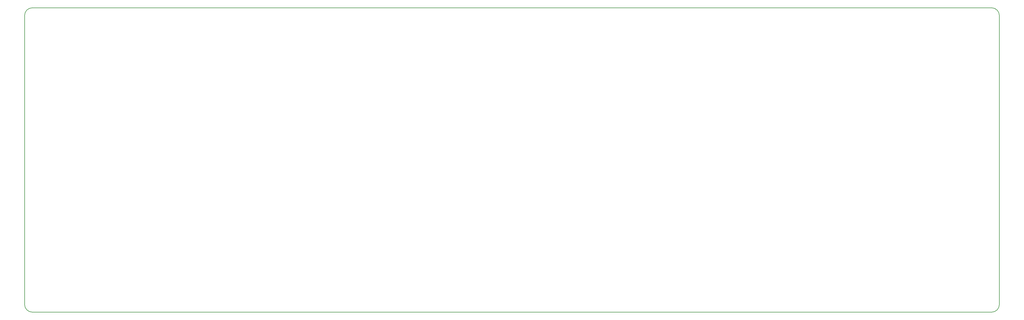
<source format=gm1>
G04 #@! TF.FileFunction,Profile,NP*
%FSLAX46Y46*%
G04 Gerber Fmt 4.6, Leading zero omitted, Abs format (unit mm)*
G04 Created by KiCad (PCBNEW 4.0.5+dfsg1-4) date Wed Nov 15 23:16:21 2017*
%MOMM*%
%LPD*%
G01*
G04 APERTURE LIST*
%ADD10C,0.100000*%
%ADD11C,0.150000*%
G04 APERTURE END LIST*
D10*
D11*
X311943750Y-42862500D02*
X330993750Y-42862500D01*
X333375000Y-135731250D02*
X333375000Y-45243750D01*
X311943750Y-138112500D02*
X330993750Y-138112500D01*
X28575000Y-45243750D02*
X28575000Y-135731250D01*
X311943750Y-138112500D02*
X30956250Y-138112500D01*
X30956250Y-42862500D02*
X311943750Y-42862500D01*
X28575000Y-135731250D02*
G75*
G03X30956250Y-138112500I2381250J0D01*
G01*
X330993750Y-138112500D02*
G75*
G03X333375000Y-135731250I0J2381250D01*
G01*
X333375000Y-45243750D02*
G75*
G03X330993750Y-42862500I-2381250J0D01*
G01*
X30956250Y-42862500D02*
G75*
G03X28575000Y-45243750I0J-2381250D01*
G01*
M02*

</source>
